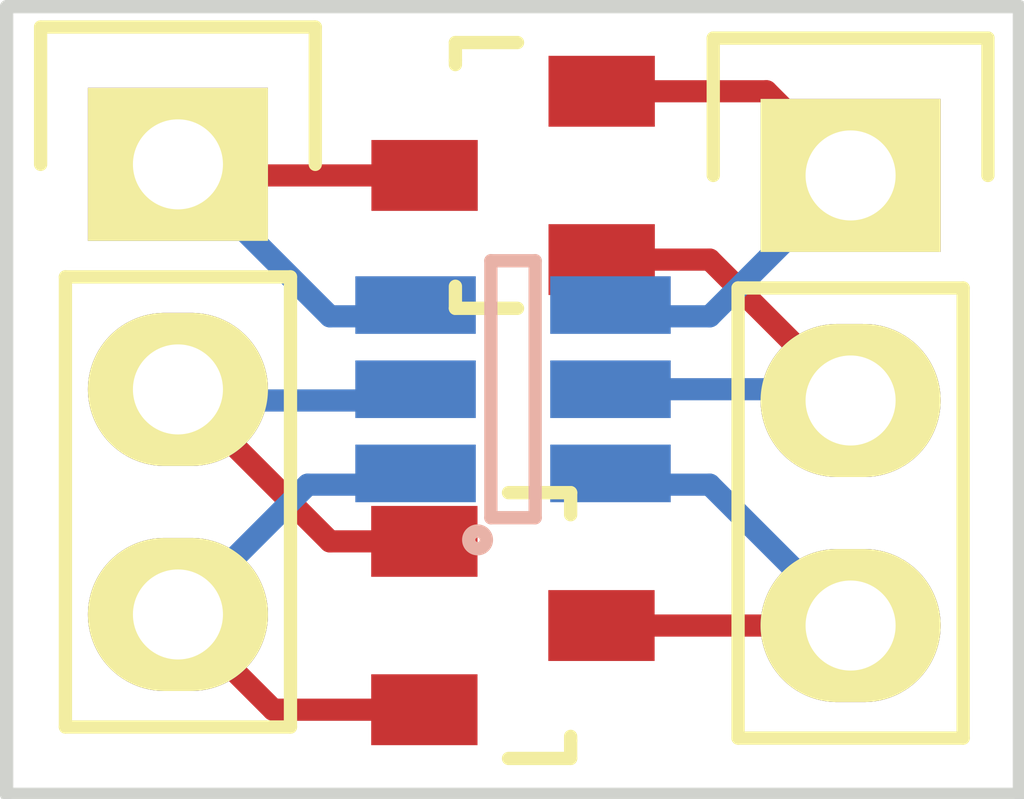
<source format=kicad_pcb>
(kicad_pcb (version 4) (host pcbnew "(2016-01-28 BZR 6518)-product")

  (general
    (links 12)
    (no_connects 0)
    (area 160.579999 103.429999 172.160001 112.470001)
    (thickness 1.6)
    (drawings 4)
    (tracks 23)
    (zones 0)
    (modules 5)
    (nets 7)
  )

  (page A4)
  (layers
    (0 F.Cu signal)
    (31 B.Cu signal)
    (32 B.Adhes user)
    (33 F.Adhes user)
    (34 B.Paste user)
    (35 F.Paste user)
    (36 B.SilkS user)
    (37 F.SilkS user)
    (38 B.Mask user)
    (39 F.Mask user)
    (40 Dwgs.User user)
    (41 Cmts.User user)
    (42 Eco1.User user)
    (43 Eco2.User user)
    (44 Edge.Cuts user)
    (45 Margin user)
    (46 B.CrtYd user)
    (47 F.CrtYd user)
    (48 B.Fab user)
    (49 F.Fab user)
  )

  (setup
    (last_trace_width 0.25)
    (trace_clearance 0.2)
    (zone_clearance 0.508)
    (zone_45_only no)
    (trace_min 0.2)
    (segment_width 0.2)
    (edge_width 0.15)
    (via_size 0.6)
    (via_drill 0.4)
    (via_min_size 0.4)
    (via_min_drill 0.3)
    (uvia_size 0.3)
    (uvia_drill 0.1)
    (uvias_allowed no)
    (uvia_min_size 0.2)
    (uvia_min_drill 0.1)
    (pcb_text_width 0.3)
    (pcb_text_size 1.5 1.5)
    (mod_edge_width 0.15)
    (mod_text_size 1 1)
    (mod_text_width 0.15)
    (pad_size 0.8001 1.2)
    (pad_drill 0)
    (pad_to_mask_clearance 0.2)
    (aux_axis_origin 0 0)
    (visible_elements FFFFFF7F)
    (pcbplotparams
      (layerselection 0x010f0_ffffffff)
      (usegerberextensions true)
      (excludeedgelayer true)
      (linewidth 0.100000)
      (plotframeref false)
      (viasonmask false)
      (mode 1)
      (useauxorigin false)
      (hpglpennumber 1)
      (hpglpenspeed 20)
      (hpglpendiameter 15)
      (hpglpenoverlay 2)
      (psnegative false)
      (psa4output false)
      (plotreference true)
      (plotvalue true)
      (plotinvisibletext false)
      (padsonsilk false)
      (subtractmaskfromsilk false)
      (outputformat 1)
      (mirror false)
      (drillshape 0)
      (scaleselection 1)
      (outputdirectory gerber/))
  )

  (net 0 "")
  (net 1 LEFT_1)
  (net 2 LEFT_2)
  (net 3 LEFT_3)
  (net 4 RIGHT_1)
  (net 5 RIGHT_2)
  (net 6 RIGHT_3)

  (net_class Default "This is the default net class."
    (clearance 0.2)
    (trace_width 0.25)
    (via_dia 0.6)
    (via_drill 0.4)
    (uvia_dia 0.3)
    (uvia_drill 0.1)
    (add_net LEFT_1)
    (add_net LEFT_2)
    (add_net LEFT_3)
    (add_net RIGHT_1)
    (add_net RIGHT_2)
    (add_net RIGHT_3)
  )

  (module Pin_Headers:Pin_Header_Straight_1x03 (layer F.Cu) (tedit 5634FB15) (tstamp 5634F912)
    (at 162.588333 105.285)
    (descr "Through hole pin header")
    (tags "pin header")
    (path /5634F578)
    (fp_text reference P1 (at 0 -5.1) (layer F.SilkS) hide
      (effects (font (size 1 1) (thickness 0.15)))
    )
    (fp_text value CONN_01X03 (at 0 -3.1) (layer F.Fab) hide
      (effects (font (size 1 1) (thickness 0.15)))
    )
    (fp_line (start -1.75 -1.75) (end -1.75 6.85) (layer F.CrtYd) (width 0.05))
    (fp_line (start 1.75 -1.75) (end 1.75 6.85) (layer F.CrtYd) (width 0.05))
    (fp_line (start -1.75 -1.75) (end 1.75 -1.75) (layer F.CrtYd) (width 0.05))
    (fp_line (start -1.75 6.85) (end 1.75 6.85) (layer F.CrtYd) (width 0.05))
    (fp_line (start -1.27 1.27) (end -1.27 6.35) (layer F.SilkS) (width 0.15))
    (fp_line (start -1.27 6.35) (end 1.27 6.35) (layer F.SilkS) (width 0.15))
    (fp_line (start 1.27 6.35) (end 1.27 1.27) (layer F.SilkS) (width 0.15))
    (fp_line (start 1.55 -1.55) (end 1.55 0) (layer F.SilkS) (width 0.15))
    (fp_line (start 1.27 1.27) (end -1.27 1.27) (layer F.SilkS) (width 0.15))
    (fp_line (start -1.55 0) (end -1.55 -1.55) (layer F.SilkS) (width 0.15))
    (fp_line (start -1.55 -1.55) (end 1.55 -1.55) (layer F.SilkS) (width 0.15))
    (pad 1 thru_hole rect (at 0 0) (size 2.032 1.7272) (drill 1.016) (layers *.Cu *.Mask F.SilkS)
      (net 1 LEFT_1))
    (pad 2 thru_hole oval (at 0 2.54) (size 2.032 1.7272) (drill 1.016) (layers *.Cu *.Mask F.SilkS)
      (net 2 LEFT_2))
    (pad 3 thru_hole oval (at 0 5.08) (size 2.032 1.7272) (drill 1.016) (layers *.Cu *.Mask F.SilkS)
      (net 3 LEFT_3))
    (model Pin_Headers.3dshapes/Pin_Header_Straight_1x03.wrl
      (at (xyz 0 -0.1 0))
      (scale (xyz 1 1 1))
      (rotate (xyz 0 0 90))
    )
  )

  (module Pin_Headers:Pin_Header_Straight_1x03 (layer F.Cu) (tedit 5634FB1E) (tstamp 5634F919)
    (at 170.18 105.41)
    (descr "Through hole pin header")
    (tags "pin header")
    (path /5634F504)
    (fp_text reference P2 (at 0 -5.1) (layer F.SilkS) hide
      (effects (font (size 1 1) (thickness 0.15)))
    )
    (fp_text value CONN_01X03 (at 0 -3.1) (layer F.Fab) hide
      (effects (font (size 1 1) (thickness 0.15)))
    )
    (fp_line (start -1.75 -1.75) (end -1.75 6.85) (layer F.CrtYd) (width 0.05))
    (fp_line (start 1.75 -1.75) (end 1.75 6.85) (layer F.CrtYd) (width 0.05))
    (fp_line (start -1.75 -1.75) (end 1.75 -1.75) (layer F.CrtYd) (width 0.05))
    (fp_line (start -1.75 6.85) (end 1.75 6.85) (layer F.CrtYd) (width 0.05))
    (fp_line (start -1.27 1.27) (end -1.27 6.35) (layer F.SilkS) (width 0.15))
    (fp_line (start -1.27 6.35) (end 1.27 6.35) (layer F.SilkS) (width 0.15))
    (fp_line (start 1.27 6.35) (end 1.27 1.27) (layer F.SilkS) (width 0.15))
    (fp_line (start 1.55 -1.55) (end 1.55 0) (layer F.SilkS) (width 0.15))
    (fp_line (start 1.27 1.27) (end -1.27 1.27) (layer F.SilkS) (width 0.15))
    (fp_line (start -1.55 0) (end -1.55 -1.55) (layer F.SilkS) (width 0.15))
    (fp_line (start -1.55 -1.55) (end 1.55 -1.55) (layer F.SilkS) (width 0.15))
    (pad 1 thru_hole rect (at 0 0) (size 2.032 1.7272) (drill 1.016) (layers *.Cu *.Mask F.SilkS)
      (net 4 RIGHT_1))
    (pad 2 thru_hole oval (at 0 2.54) (size 2.032 1.7272) (drill 1.016) (layers *.Cu *.Mask F.SilkS)
      (net 5 RIGHT_2))
    (pad 3 thru_hole oval (at 0 5.08) (size 2.032 1.7272) (drill 1.016) (layers *.Cu *.Mask F.SilkS)
      (net 6 RIGHT_3))
    (model Pin_Headers.3dshapes/Pin_Header_Straight_1x03.wrl
      (at (xyz 0 -0.1 0))
      (scale (xyz 1 1 1))
      (rotate (xyz 0 0 90))
    )
  )

  (module TO_SOT_Packages_SMD:SOT-23 (layer F.Cu) (tedit 56EF1CE5) (tstamp 5634F920)
    (at 166.37 110.49 270)
    (descr "SOT-23, Standard")
    (tags SOT-23)
    (path /5634F5BA)
    (attr smd)
    (fp_text reference Q1 (at 0 -2.25 270) (layer F.SilkS) hide
      (effects (font (size 1 1) (thickness 0.15)))
    )
    (fp_text value MMBT3904 (at 0 2.3 270) (layer F.Fab) hide
      (effects (font (size 1 1) (thickness 0.15)))
    )
    (fp_line (start -1.65 -1.6) (end 1.65 -1.6) (layer F.CrtYd) (width 0.05))
    (fp_line (start 1.65 -1.6) (end 1.65 1.6) (layer F.CrtYd) (width 0.05))
    (fp_line (start 1.65 1.6) (end -1.65 1.6) (layer F.CrtYd) (width 0.05))
    (fp_line (start -1.65 1.6) (end -1.65 -1.6) (layer F.CrtYd) (width 0.05))
    (fp_line (start 1.29916 -0.65024) (end 1.2509 -0.65024) (layer F.SilkS) (width 0.15))
    (fp_line (start -1.49982 0.0508) (end -1.49982 -0.65024) (layer F.SilkS) (width 0.15))
    (fp_line (start -1.49982 -0.65024) (end -1.2509 -0.65024) (layer F.SilkS) (width 0.15))
    (fp_line (start 1.29916 -0.65024) (end 1.49982 -0.65024) (layer F.SilkS) (width 0.15))
    (fp_line (start 1.49982 -0.65024) (end 1.49982 0.0508) (layer F.SilkS) (width 0.15))
    (pad 1 smd rect (at -0.95 1.00076 270) (size 0.8001 1.2) (layers F.Cu F.Paste F.Mask)
      (net 2 LEFT_2))
    (pad 2 smd rect (at 0.95 1.00076 270) (size 0.8001 1.2) (layers F.Cu F.Paste F.Mask)
      (net 3 LEFT_3))
    (pad 3 smd rect (at 0 -0.99822 270) (size 0.8001 1.2) (layers F.Cu F.Paste F.Mask)
      (net 6 RIGHT_3))
    (model TO_SOT_Packages_SMD.3dshapes/SOT-23.wrl
      (at (xyz 0 0 0))
      (scale (xyz 1 1 1))
      (rotate (xyz 0 0 0))
    )
  )

  (module TO_SOT_Packages_SMD:SOT-23 (layer F.Cu) (tedit 56EF1CC3) (tstamp 5634F927)
    (at 166.37 105.41 90)
    (descr "SOT-23, Standard")
    (tags SOT-23)
    (path /5634F699)
    (attr smd)
    (fp_text reference Q2 (at 0 -2.25 90) (layer F.SilkS) hide
      (effects (font (size 1 1) (thickness 0.15)))
    )
    (fp_text value MMBT3904 (at 0 2.3 90) (layer F.Fab) hide
      (effects (font (size 1 1) (thickness 0.15)))
    )
    (fp_line (start -1.65 -1.6) (end 1.65 -1.6) (layer F.CrtYd) (width 0.05))
    (fp_line (start 1.65 -1.6) (end 1.65 1.6) (layer F.CrtYd) (width 0.05))
    (fp_line (start 1.65 1.6) (end -1.65 1.6) (layer F.CrtYd) (width 0.05))
    (fp_line (start -1.65 1.6) (end -1.65 -1.6) (layer F.CrtYd) (width 0.05))
    (fp_line (start 1.29916 -0.65024) (end 1.2509 -0.65024) (layer F.SilkS) (width 0.15))
    (fp_line (start -1.49982 0.0508) (end -1.49982 -0.65024) (layer F.SilkS) (width 0.15))
    (fp_line (start -1.49982 -0.65024) (end -1.2509 -0.65024) (layer F.SilkS) (width 0.15))
    (fp_line (start 1.29916 -0.65024) (end 1.49982 -0.65024) (layer F.SilkS) (width 0.15))
    (fp_line (start 1.49982 -0.65024) (end 1.49982 0.0508) (layer F.SilkS) (width 0.15))
    (pad 1 smd rect (at -0.95 1.00076 90) (size 0.8001 1.2001) (layers F.Cu F.Paste F.Mask)
      (net 5 RIGHT_2))
    (pad 2 smd rect (at 0.95 1.00076 90) (size 0.8001 1.2001) (layers F.Cu F.Paste F.Mask)
      (net 4 RIGHT_1))
    (pad 3 smd rect (at 0 -0.99822 90) (size 0.8001 1.2001) (layers F.Cu F.Paste F.Mask)
      (net 1 LEFT_1))
    (model TO_SOT_Packages_SMD.3dshapes/SOT-23.wrl
      (at (xyz 0 0 0))
      (scale (xyz 1 1 1))
      (rotate (xyz 0 0 0))
    )
  )

  (module SOT-23-6 (layer B.Cu) (tedit 56EF1D09) (tstamp 56F59767)
    (at 166.37 107.823)
    (descr "6-pin SOT-23 package")
    (tags SOT-23-6)
    (path /56EF1AB1)
    (solder_mask_margin 0.075)
    (attr smd)
    (fp_text reference IC1 (at 0 2.9) (layer B.SilkS) hide
      (effects (font (size 1 1) (thickness 0.15)) (justify mirror))
    )
    (fp_text value ATTINY10-TS (at 0 -2.9) (layer B.Fab) hide
      (effects (font (size 1 1) (thickness 0.15)) (justify mirror))
    )
    (fp_circle (center -0.4 1.7) (end -0.3 1.7) (layer B.SilkS) (width 0.15))
    (fp_line (start 0.25 1.45) (end -0.25 1.45) (layer B.SilkS) (width 0.15))
    (fp_line (start 0.25 -1.45) (end 0.25 1.45) (layer B.SilkS) (width 0.15))
    (fp_line (start -0.25 -1.45) (end 0.25 -1.45) (layer B.SilkS) (width 0.15))
    (fp_line (start -0.25 1.45) (end -0.25 -1.45) (layer B.SilkS) (width 0.15))
    (pad 1 smd rect (at -1.1 0.95) (size 1.36 0.65) (layers B.Cu B.Paste B.Mask)
      (net 3 LEFT_3))
    (pad 2 smd rect (at -1.1 0) (size 1.36 0.65) (layers B.Cu B.Paste B.Mask)
      (net 2 LEFT_2))
    (pad 3 smd rect (at -1.1 -0.95) (size 1.36 0.65) (layers B.Cu B.Paste B.Mask)
      (net 1 LEFT_1))
    (pad 4 smd rect (at 1.1 -0.95) (size 1.36 0.65) (layers B.Cu B.Paste B.Mask)
      (net 4 RIGHT_1))
    (pad 6 smd rect (at 1.1 0.95) (size 1.36 0.65) (layers B.Cu B.Paste B.Mask)
      (net 6 RIGHT_3))
    (pad 5 smd rect (at 1.1 0) (size 1.36 0.65) (layers B.Cu B.Paste B.Mask)
      (net 5 RIGHT_2))
    (model TO_SOT_Packages_SMD.3dshapes/SOT-23-6.wrl
      (at (xyz 0 0 0))
      (scale (xyz 1 1 1))
      (rotate (xyz 0 0 0))
    )
  )

  (gr_line (start 160.655 112.395) (end 160.655 103.505) (angle 90) (layer Edge.Cuts) (width 0.15))
  (gr_line (start 172.085 112.395) (end 160.655 112.395) (angle 90) (layer Edge.Cuts) (width 0.15))
  (gr_line (start 172.085 103.505) (end 172.085 112.395) (angle 90) (layer Edge.Cuts) (width 0.15))
  (gr_line (start 160.655 103.505) (end 172.085 103.505) (angle 90) (layer Edge.Cuts) (width 0.15))

  (segment (start 164.303333 107) (end 162.588333 105.285) (width 0.25) (layer B.Cu) (net 1) (tstamp 5634FABD))
  (segment (start 165.37178 105.41) (end 162.713333 105.41) (width 0.25) (layer F.Cu) (net 1))
  (segment (start 162.713333 105.41) (end 162.588333 105.285) (width 0.25) (layer F.Cu) (net 1) (tstamp 5634FA53))
  (segment (start 165.27 107) (end 164.303333 107) (width 0.25) (layer B.Cu) (net 1))
  (segment (start 165.27 107.95) (end 162.713333 107.95) (width 0.25) (layer B.Cu) (net 2))
  (segment (start 162.713333 107.95) (end 162.588333 107.825) (width 0.25) (layer B.Cu) (net 2) (tstamp 5634FAC0))
  (segment (start 165.36924 109.54) (end 164.303333 109.54) (width 0.25) (layer F.Cu) (net 2))
  (segment (start 164.303333 109.54) (end 162.588333 107.825) (width 0.25) (layer F.Cu) (net 2) (tstamp 5634FA58))
  (segment (start 165.27 108.9) (end 164.053333 108.9) (width 0.25) (layer B.Cu) (net 3))
  (segment (start 164.053333 108.9) (end 162.588333 110.365) (width 0.25) (layer B.Cu) (net 3) (tstamp 5634FAC3))
  (segment (start 165.36924 111.44) (end 163.663333 111.44) (width 0.25) (layer F.Cu) (net 3))
  (segment (start 163.663333 111.44) (end 162.588333 110.365) (width 0.25) (layer F.Cu) (net 3) (tstamp 5634FA5C))
  (segment (start 168.59 107) (end 170.18 105.41) (width 0.25) (layer B.Cu) (net 4) (tstamp 5634FAC7))
  (segment (start 167.37076 104.46) (end 169.23 104.46) (width 0.25) (layer F.Cu) (net 4))
  (segment (start 169.23 104.46) (end 170.18 105.41) (width 0.25) (layer F.Cu) (net 4) (tstamp 5634FA4A))
  (segment (start 167.47 107) (end 168.59 107) (width 0.25) (layer B.Cu) (net 4))
  (segment (start 167.47 107.823) (end 170.053 107.823) (width 0.25) (layer B.Cu) (net 5))
  (segment (start 170.053 107.823) (end 170.18 107.95) (width 0.25) (layer B.Cu) (net 5) (tstamp 56F5977B))
  (segment (start 167.37076 106.36) (end 168.59 106.36) (width 0.25) (layer F.Cu) (net 5))
  (segment (start 168.59 106.36) (end 170.18 107.95) (width 0.25) (layer F.Cu) (net 5) (tstamp 5634FA4E))
  (segment (start 167.47 108.9) (end 168.59 108.9) (width 0.25) (layer B.Cu) (net 6))
  (segment (start 168.59 108.9) (end 170.18 110.49) (width 0.25) (layer B.Cu) (net 6) (tstamp 5634FACB))
  (segment (start 167.36822 110.49) (end 170.18 110.49) (width 0.25) (layer F.Cu) (net 6))

)

</source>
